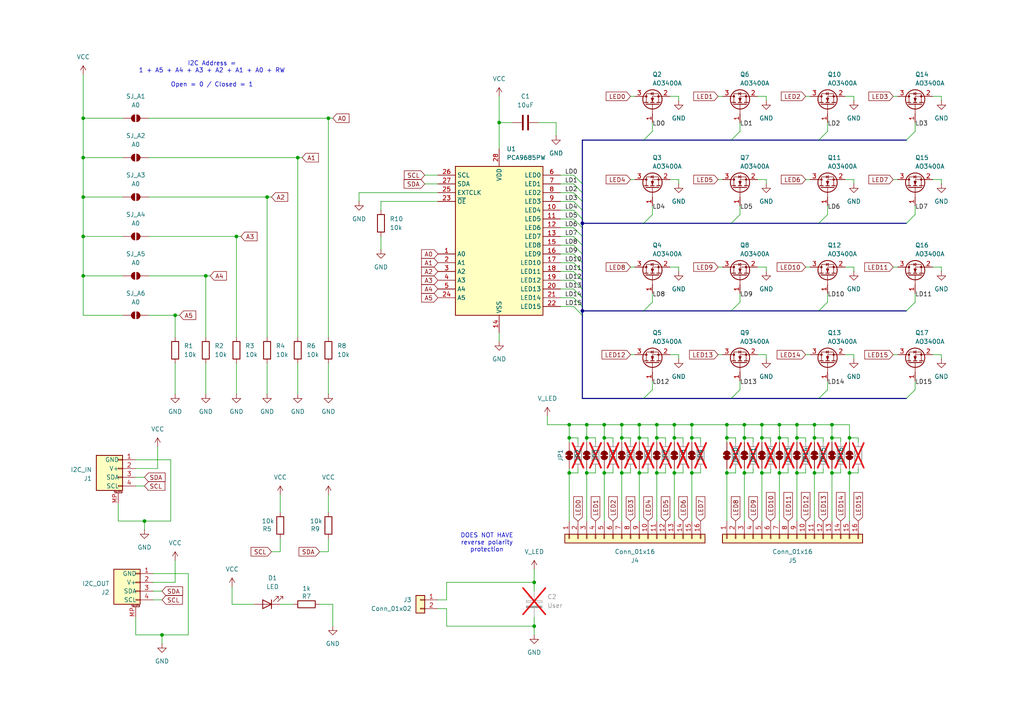
<source format=kicad_sch>
(kicad_sch (version 20250114) (generator "eeschema") (generator_version "9.0")
  (paper "A4")
  (text "I2C Address =\n1 + A5 + A4 + A3 + A2 + A1 + A0 + RW\n\nOpen = 0 / Closed = 1" (at 61.468 21.59 0) (effects (font (size 1.27 1.27))))
  (text "DOES NOT HAVE\nreverse polarity\nprotection" (at 141.224 157.48 0) (effects (font (size 1.27 1.27))))
  (junction (at 175.26 137.16))
  (junction (at 200.66 137.16))
  (junction (at 185.42 137.16))
  (junction (at 59.69 80.01))
  (junction (at 190.5 127))
  (junction (at 220.98 123.19))
  (junction (at 200.66 123.19))
  (junction (at 175.26 127))
  (junction (at 195.58 127))
  (junction (at 231.14 123.19))
  (junction (at 210.82 137.16))
  (junction (at 231.14 137.16))
  (junction (at 220.98 127))
  (junction (at 170.18 127))
  (junction (at 190.5 123.19))
  (junction (at 41.91 151.13))
  (junction (at 95.25 34.29))
  (junction (at 210.82 127))
  (junction (at 168.91 64.77))
  (junction (at 241.3 137.16))
  (junction (at 24.13 68.58))
  (junction (at 231.14 127))
  (junction (at 226.06 123.19))
  (junction (at 241.3 127))
  (junction (at 24.13 34.29))
  (junction (at 24.13 80.01))
  (junction (at 50.8 91.44))
  (junction (at 68.58 68.58))
  (junction (at 165.1 123.19))
  (junction (at 226.06 137.16))
  (junction (at 226.06 127))
  (junction (at 241.3 123.19))
  (junction (at 215.9 127))
  (junction (at 175.26 123.19))
  (junction (at 215.9 137.16))
  (junction (at 210.82 123.19))
  (junction (at 180.34 127))
  (junction (at 246.38 137.16))
  (junction (at 236.22 127))
  (junction (at 185.42 123.19))
  (junction (at 144.78 35.56))
  (junction (at 190.5 137.16))
  (junction (at 24.13 57.15))
  (junction (at 180.34 137.16))
  (junction (at 180.34 123.19))
  (junction (at 236.22 123.19))
  (junction (at 170.18 137.16))
  (junction (at 195.58 123.19))
  (junction (at 154.94 168.91))
  (junction (at 86.36 45.72))
  (junction (at 200.66 127))
  (junction (at 215.9 123.19))
  (junction (at 154.94 181.61))
  (junction (at 168.91 90.17))
  (junction (at 220.98 137.16))
  (junction (at 170.18 123.19))
  (junction (at 77.47 57.15))
  (junction (at 165.1 127))
  (junction (at 236.22 137.16))
  (junction (at 246.38 127))
  (junction (at 24.13 45.72))
  (junction (at 46.99 184.15))
  (junction (at 165.1 137.16))
  (junction (at 185.42 127))
  (junction (at 195.58 137.16))
  (bus_entry (at 166.37 63.5) (size 2.54 2.54))
  (bus_entry (at 166.37 71.12) (size 2.54 2.54))
  (bus_entry (at 265.43 38.1) (size -2.54 2.54))
  (bus_entry (at 214.63 113.03) (size -2.54 2.54))
  (bus_entry (at 166.37 50.8) (size 2.54 2.54))
  (bus_entry (at 240.03 62.23) (size -2.54 2.54))
  (bus_entry (at 265.43 113.03) (size -2.54 2.54))
  (bus_entry (at 166.37 68.58) (size 2.54 2.54))
  (bus_entry (at 166.37 60.96) (size 2.54 2.54))
  (bus_entry (at 189.23 38.1) (size -2.54 2.54))
  (bus_entry (at 189.23 113.03) (size -2.54 2.54))
  (bus_entry (at 240.03 87.63) (size -2.54 2.54))
  (bus_entry (at 240.03 113.03) (size -2.54 2.54))
  (bus_entry (at 214.63 87.63) (size -2.54 2.54))
  (bus_entry (at 166.37 88.9) (size 2.54 2.54))
  (bus_entry (at 166.37 66.04) (size 2.54 2.54))
  (bus_entry (at 265.43 87.63) (size -2.54 2.54))
  (bus_entry (at 166.37 58.42) (size 2.54 2.54))
  (bus_entry (at 166.37 81.28) (size 2.54 2.54))
  (bus_entry (at 189.23 62.23) (size -2.54 2.54))
  (bus_entry (at 166.37 76.2) (size 2.54 2.54))
  (bus_entry (at 166.37 86.36) (size 2.54 2.54))
  (bus_entry (at 189.23 87.63) (size -2.54 2.54))
  (bus_entry (at 240.03 38.1) (size -2.54 2.54))
  (bus_entry (at 214.63 62.23) (size -2.54 2.54))
  (bus_entry (at 166.37 83.82) (size 2.54 2.54))
  (bus_entry (at 265.43 62.23) (size -2.54 2.54))
  (bus_entry (at 166.37 53.34) (size 2.54 2.54))
  (bus_entry (at 166.37 78.74) (size 2.54 2.54))
  (bus_entry (at 214.63 38.1) (size -2.54 2.54))
  (bus_entry (at 166.37 73.66) (size 2.54 2.54))
  (bus_entry (at 166.37 55.88) (size 2.54 2.54))
  (wire (pts (xy 175.26 137.16) (xy 175.26 135.89)))
  (wire (pts (xy 228.6 128.27) (xy 228.6 127)))
  (wire (pts (xy 193.04 135.89) (xy 193.04 137.16)))
  (wire (pts (xy 46.99 173.99) (xy 44.45 173.99)))
  (wire (pts (xy 190.5 137.16) (xy 190.5 151.13)))
  (wire (pts (xy 220.98 123.19) (xy 226.06 123.19)))
  (bus (pts (xy 168.91 68.58) (xy 168.91 66.04)))
  (wire (pts (xy 189.23 110.49) (xy 189.23 113.03)))
  (wire (pts (xy 95.25 160.02) (xy 95.25 156.21)))
  (wire (pts (xy 270.51 52.07) (xy 273.05 52.07)))
  (bus (pts (xy 168.91 90.17) (xy 168.91 88.9)))
  (wire (pts (xy 233.68 102.87) (xy 234.95 102.87)))
  (bus (pts (xy 212.09 40.64) (xy 237.49 40.64)))
  (wire (pts (xy 215.9 123.19) (xy 220.98 123.19)))
  (wire (pts (xy 180.34 128.27) (xy 180.34 127)))
  (wire (pts (xy 104.14 55.88) (xy 104.14 58.42)))
  (wire (pts (xy 240.03 85.09) (xy 240.03 87.63)))
  (bus (pts (xy 168.91 66.04) (xy 168.91 64.77)))
  (wire (pts (xy 129.54 168.91) (xy 129.54 173.99)))
  (wire (pts (xy 81.28 160.02) (xy 81.28 156.21)))
  (wire (pts (xy 95.25 143.51) (xy 95.25 148.59)))
  (wire (pts (xy 50.8 162.56) (xy 50.8 168.91)))
  (wire (pts (xy 203.2 127) (xy 200.66 127)))
  (wire (pts (xy 110.49 68.58) (xy 110.49 72.39)))
  (wire (pts (xy 195.58 123.19) (xy 200.66 123.19)))
  (wire (pts (xy 187.96 128.27) (xy 187.96 127)))
  (wire (pts (xy 273.05 77.47) (xy 273.05 78.74)))
  (wire (pts (xy 161.29 35.56) (xy 156.21 35.56)))
  (bus (pts (xy 168.91 64.77) (xy 186.69 64.77)))
  (wire (pts (xy 46.99 184.15) (xy 54.61 184.15)))
  (wire (pts (xy 270.51 27.94) (xy 273.05 27.94)))
  (wire (pts (xy 34.29 151.13) (xy 34.29 146.05)))
  (wire (pts (xy 219.71 52.07) (xy 222.25 52.07)))
  (wire (pts (xy 194.31 27.94) (xy 196.85 27.94)))
  (wire (pts (xy 144.78 35.56) (xy 144.78 43.18)))
  (bus (pts (xy 168.91 86.36) (xy 168.91 83.82)))
  (wire (pts (xy 238.76 137.16) (xy 236.22 137.16)))
  (wire (pts (xy 194.31 52.07) (xy 196.85 52.07)))
  (bus (pts (xy 237.49 64.77) (xy 262.89 64.77)))
  (wire (pts (xy 24.13 57.15) (xy 24.13 68.58)))
  (wire (pts (xy 215.9 137.16) (xy 215.9 135.89)))
  (wire (pts (xy 41.91 151.13) (xy 49.53 151.13)))
  (wire (pts (xy 214.63 35.56) (xy 214.63 38.1)))
  (wire (pts (xy 77.47 105.41) (xy 77.47 114.3)))
  (wire (pts (xy 226.06 137.16) (xy 226.06 151.13)))
  (wire (pts (xy 182.88 128.27) (xy 182.88 127)))
  (wire (pts (xy 228.6 137.16) (xy 226.06 137.16)))
  (wire (pts (xy 218.44 137.16) (xy 215.9 137.16)))
  (wire (pts (xy 213.36 127) (xy 210.82 127)))
  (wire (pts (xy 214.63 85.09) (xy 214.63 87.63)))
  (bus (pts (xy 186.69 64.77) (xy 212.09 64.77)))
  (wire (pts (xy 208.28 27.94) (xy 209.55 27.94)))
  (wire (pts (xy 238.76 135.89) (xy 238.76 137.16)))
  (bus (pts (xy 168.91 58.42) (xy 168.91 55.88)))
  (wire (pts (xy 182.88 102.87) (xy 184.15 102.87)))
  (wire (pts (xy 185.42 127) (xy 185.42 123.19)))
  (wire (pts (xy 218.44 127) (xy 215.9 127)))
  (wire (pts (xy 46.99 184.15) (xy 39.37 184.15)))
  (wire (pts (xy 59.69 80.01) (xy 59.69 97.79)))
  (wire (pts (xy 162.56 86.36) (xy 166.37 86.36)))
  (wire (pts (xy 245.11 77.47) (xy 247.65 77.47)))
  (wire (pts (xy 193.04 127) (xy 190.5 127)))
  (wire (pts (xy 162.56 76.2) (xy 166.37 76.2)))
  (wire (pts (xy 162.56 66.04) (xy 166.37 66.04)))
  (wire (pts (xy 172.72 128.27) (xy 172.72 127)))
  (bus (pts (xy 168.91 64.77) (xy 168.91 63.5)))
  (wire (pts (xy 162.56 88.9) (xy 166.37 88.9)))
  (wire (pts (xy 43.18 91.44) (xy 50.8 91.44)))
  (wire (pts (xy 273.05 52.07) (xy 273.05 53.34)))
  (wire (pts (xy 220.98 127) (xy 220.98 123.19)))
  (wire (pts (xy 129.54 173.99) (xy 127 173.99)))
  (wire (pts (xy 162.56 71.12) (xy 166.37 71.12)))
  (bus (pts (xy 212.09 90.17) (xy 237.49 90.17)))
  (wire (pts (xy 245.11 27.94) (xy 247.65 27.94)))
  (bus (pts (xy 168.91 40.64) (xy 186.69 40.64)))
  (wire (pts (xy 180.34 137.16) (xy 180.34 135.89)))
  (wire (pts (xy 243.84 135.89) (xy 243.84 137.16)))
  (wire (pts (xy 41.91 153.67) (xy 41.91 151.13)))
  (wire (pts (xy 24.13 34.29) (xy 24.13 45.72)))
  (wire (pts (xy 247.65 52.07) (xy 247.65 53.34)))
  (wire (pts (xy 194.31 102.87) (xy 196.85 102.87)))
  (wire (pts (xy 210.82 127) (xy 210.82 123.19)))
  (wire (pts (xy 170.18 127) (xy 170.18 123.19)))
  (wire (pts (xy 270.51 102.87) (xy 273.05 102.87)))
  (wire (pts (xy 248.92 137.16) (xy 246.38 137.16)))
  (wire (pts (xy 231.14 127) (xy 231.14 123.19)))
  (wire (pts (xy 190.5 128.27) (xy 190.5 127)))
  (wire (pts (xy 24.13 68.58) (xy 35.56 68.58)))
  (wire (pts (xy 213.36 135.89) (xy 213.36 137.16)))
  (wire (pts (xy 233.68 77.47) (xy 234.95 77.47)))
  (wire (pts (xy 215.9 127) (xy 215.9 123.19)))
  (wire (pts (xy 187.96 137.16) (xy 185.42 137.16)))
  (wire (pts (xy 220.98 128.27) (xy 220.98 127)))
  (wire (pts (xy 182.88 137.16) (xy 180.34 137.16)))
  (wire (pts (xy 248.92 135.89) (xy 248.92 137.16)))
  (wire (pts (xy 223.52 127) (xy 220.98 127)))
  (bus (pts (xy 212.09 64.77) (xy 237.49 64.77)))
  (wire (pts (xy 129.54 181.61) (xy 154.94 181.61)))
  (wire (pts (xy 236.22 123.19) (xy 241.3 123.19)))
  (wire (pts (xy 190.5 123.19) (xy 195.58 123.19)))
  (wire (pts (xy 236.22 128.27) (xy 236.22 127)))
  (wire (pts (xy 185.42 137.16) (xy 185.42 151.13)))
  (wire (pts (xy 154.94 165.1) (xy 154.94 168.91)))
  (wire (pts (xy 189.23 85.09) (xy 189.23 87.63)))
  (wire (pts (xy 210.82 137.16) (xy 210.82 135.89)))
  (wire (pts (xy 177.8 128.27) (xy 177.8 127)))
  (wire (pts (xy 203.2 128.27) (xy 203.2 127)))
  (wire (pts (xy 259.08 77.47) (xy 260.35 77.47)))
  (wire (pts (xy 259.08 27.94) (xy 260.35 27.94)))
  (wire (pts (xy 233.68 27.94) (xy 234.95 27.94)))
  (wire (pts (xy 195.58 137.16) (xy 195.58 151.13)))
  (wire (pts (xy 198.12 135.89) (xy 198.12 137.16)))
  (wire (pts (xy 180.34 127) (xy 180.34 123.19)))
  (wire (pts (xy 241.3 137.16) (xy 241.3 151.13)))
  (wire (pts (xy 154.94 168.91) (xy 154.94 171.45)))
  (bus (pts (xy 168.91 55.88) (xy 168.91 53.34)))
  (wire (pts (xy 182.88 77.47) (xy 184.15 77.47)))
  (bus (pts (xy 168.91 90.17) (xy 186.69 90.17)))
  (wire (pts (xy 231.14 123.19) (xy 236.22 123.19)))
  (wire (pts (xy 177.8 135.89) (xy 177.8 137.16)))
  (wire (pts (xy 273.05 102.87) (xy 273.05 104.14)))
  (wire (pts (xy 265.43 85.09) (xy 265.43 87.63)))
  (wire (pts (xy 243.84 128.27) (xy 243.84 127)))
  (wire (pts (xy 245.11 102.87) (xy 247.65 102.87)))
  (wire (pts (xy 203.2 135.89) (xy 203.2 137.16)))
  (wire (pts (xy 59.69 80.01) (xy 60.96 80.01)))
  (wire (pts (xy 231.14 137.16) (xy 231.14 135.89)))
  (wire (pts (xy 240.03 35.56) (xy 240.03 38.1)))
  (wire (pts (xy 247.65 102.87) (xy 247.65 104.14)))
  (wire (pts (xy 195.58 127) (xy 195.58 123.19)))
  (wire (pts (xy 129.54 176.53) (xy 127 176.53)))
  (wire (pts (xy 92.71 160.02) (xy 95.25 160.02)))
  (wire (pts (xy 165.1 123.19) (xy 170.18 123.19)))
  (wire (pts (xy 259.08 52.07) (xy 260.35 52.07)))
  (wire (pts (xy 175.26 123.19) (xy 180.34 123.19)))
  (wire (pts (xy 233.68 135.89) (xy 233.68 137.16)))
  (wire (pts (xy 162.56 53.34) (xy 166.37 53.34)))
  (wire (pts (xy 162.56 83.82) (xy 166.37 83.82)))
  (wire (pts (xy 236.22 137.16) (xy 236.22 135.89)))
  (bus (pts (xy 168.91 60.96) (xy 168.91 58.42)))
  (wire (pts (xy 208.28 52.07) (xy 209.55 52.07)))
  (wire (pts (xy 222.25 77.47) (xy 222.25 78.74)))
  (wire (pts (xy 162.56 63.5) (xy 166.37 63.5)))
  (bus (pts (xy 237.49 40.64) (xy 262.89 40.64)))
  (bus (pts (xy 168.91 71.12) (xy 168.91 68.58)))
  (wire (pts (xy 172.72 127) (xy 170.18 127)))
  (wire (pts (xy 54.61 166.37) (xy 54.61 184.15)))
  (wire (pts (xy 161.29 39.37) (xy 161.29 35.56)))
  (bus (pts (xy 212.09 115.57) (xy 186.69 115.57)))
  (bus (pts (xy 186.69 90.17) (xy 212.09 90.17)))
  (wire (pts (xy 265.43 35.56) (xy 265.43 38.1)))
  (wire (pts (xy 154.94 181.61) (xy 154.94 184.15)))
  (wire (pts (xy 200.66 128.27) (xy 200.66 127)))
  (wire (pts (xy 220.98 137.16) (xy 220.98 151.13)))
  (wire (pts (xy 123.19 53.34) (xy 127 53.34)))
  (wire (pts (xy 208.28 102.87) (xy 209.55 102.87)))
  (wire (pts (xy 86.36 105.41) (xy 86.36 114.3)))
  (wire (pts (xy 247.65 27.94) (xy 247.65 29.21)))
  (wire (pts (xy 46.99 171.45) (xy 44.45 171.45)))
  (wire (pts (xy 265.43 110.49) (xy 265.43 113.03)))
  (wire (pts (xy 200.66 127) (xy 200.66 123.19)))
  (wire (pts (xy 240.03 110.49) (xy 240.03 113.03)))
  (wire (pts (xy 24.13 34.29) (xy 35.56 34.29)))
  (wire (pts (xy 86.36 45.72) (xy 87.63 45.72)))
  (wire (pts (xy 110.49 58.42) (xy 110.49 60.96)))
  (wire (pts (xy 238.76 128.27) (xy 238.76 127)))
  (wire (pts (xy 182.88 27.94) (xy 184.15 27.94)))
  (wire (pts (xy 215.9 137.16) (xy 215.9 151.13)))
  (wire (pts (xy 265.43 59.69) (xy 265.43 62.23)))
  (wire (pts (xy 165.1 137.16) (xy 165.1 135.89)))
  (wire (pts (xy 59.69 105.41) (xy 59.69 114.3)))
  (wire (pts (xy 222.25 102.87) (xy 222.25 104.14)))
  (wire (pts (xy 127 58.42) (xy 110.49 58.42)))
  (wire (pts (xy 144.78 96.52) (xy 144.78 99.06)))
  (wire (pts (xy 210.82 128.27) (xy 210.82 127)))
  (wire (pts (xy 81.28 143.51) (xy 81.28 148.59)))
  (wire (pts (xy 67.31 175.26) (xy 73.66 175.26)))
  (wire (pts (xy 219.71 77.47) (xy 222.25 77.47)))
  (wire (pts (xy 270.51 77.47) (xy 273.05 77.47)))
  (wire (pts (xy 214.63 59.69) (xy 214.63 62.23)))
  (wire (pts (xy 219.71 102.87) (xy 222.25 102.87)))
  (bus (pts (xy 186.69 115.57) (xy 168.91 115.57)))
  (wire (pts (xy 213.36 137.16) (xy 210.82 137.16)))
  (wire (pts (xy 68.58 68.58) (xy 69.85 68.58)))
  (wire (pts (xy 172.72 137.16) (xy 170.18 137.16)))
  (wire (pts (xy 233.68 137.16) (xy 231.14 137.16)))
  (wire (pts (xy 127 55.88) (xy 104.14 55.88)))
  (wire (pts (xy 226.06 123.19) (xy 231.14 123.19)))
  (wire (pts (xy 198.12 128.27) (xy 198.12 127)))
  (bus (pts (xy 168.91 115.57) (xy 168.91 91.44)))
  (wire (pts (xy 193.04 137.16) (xy 190.5 137.16)))
  (wire (pts (xy 198.12 137.16) (xy 195.58 137.16)))
  (wire (pts (xy 68.58 105.41) (xy 68.58 114.3)))
  (bus (pts (xy 237.49 90.17) (xy 262.89 90.17)))
  (wire (pts (xy 222.25 27.94) (xy 222.25 29.21)))
  (wire (pts (xy 189.23 35.56) (xy 189.23 38.1)))
  (wire (pts (xy 194.31 77.47) (xy 196.85 77.47)))
  (wire (pts (xy 77.47 57.15) (xy 78.74 57.15)))
  (wire (pts (xy 241.3 137.16) (xy 241.3 135.89)))
  (wire (pts (xy 39.37 135.89) (xy 45.72 135.89)))
  (wire (pts (xy 226.06 128.27) (xy 226.06 127)))
  (wire (pts (xy 246.38 137.16) (xy 246.38 151.13)))
  (wire (pts (xy 24.13 45.72) (xy 35.56 45.72)))
  (wire (pts (xy 228.6 127) (xy 226.06 127)))
  (wire (pts (xy 162.56 58.42) (xy 166.37 58.42)))
  (wire (pts (xy 43.18 80.01) (xy 59.69 80.01)))
  (wire (pts (xy 43.18 34.29) (xy 95.25 34.29)))
  (wire (pts (xy 195.58 137.16) (xy 195.58 135.89)))
  (wire (pts (xy 162.56 50.8) (xy 166.37 50.8)))
  (wire (pts (xy 45.72 129.54) (xy 45.72 135.89)))
  (wire (pts (xy 245.11 52.07) (xy 247.65 52.07)))
  (bus (pts (xy 168.91 76.2) (xy 168.91 73.66)))
  (wire (pts (xy 96.52 175.26) (xy 96.52 181.61)))
  (wire (pts (xy 195.58 128.27) (xy 195.58 127)))
  (wire (pts (xy 50.8 105.41) (xy 50.8 114.3)))
  (wire (pts (xy 190.5 137.16) (xy 190.5 135.89)))
  (wire (pts (xy 223.52 135.89) (xy 223.52 137.16)))
  (bus (pts (xy 168.91 81.28) (xy 168.91 78.74)))
  (wire (pts (xy 215.9 128.27) (xy 215.9 127)))
  (wire (pts (xy 95.25 34.29) (xy 96.52 34.29)))
  (wire (pts (xy 241.3 128.27) (xy 241.3 127)))
  (bus (pts (xy 168.91 63.5) (xy 168.91 60.96)))
  (wire (pts (xy 233.68 127) (xy 231.14 127)))
  (wire (pts (xy 41.91 151.13) (xy 34.29 151.13)))
  (wire (pts (xy 200.66 123.19) (xy 210.82 123.19)))
  (wire (pts (xy 210.82 123.19) (xy 215.9 123.19)))
  (wire (pts (xy 200.66 137.16) (xy 200.66 135.89)))
  (wire (pts (xy 24.13 91.44) (xy 35.56 91.44)))
  (wire (pts (xy 39.37 184.15) (xy 39.37 179.07)))
  (wire (pts (xy 77.47 57.15) (xy 77.47 97.79)))
  (wire (pts (xy 175.26 127) (xy 175.26 123.19)))
  (wire (pts (xy 246.38 127) (xy 246.38 123.19)))
  (bus (pts (xy 168.91 53.34) (xy 168.91 40.64)))
  (wire (pts (xy 170.18 137.16) (xy 170.18 135.89)))
  (wire (pts (xy 78.74 160.02) (xy 81.28 160.02)))
  (wire (pts (xy 167.64 137.16) (xy 165.1 137.16)))
  (wire (pts (xy 24.13 80.01) (xy 35.56 80.01)))
  (wire (pts (xy 236.22 137.16) (xy 236.22 151.13)))
  (wire (pts (xy 162.56 68.58) (xy 166.37 68.58)))
  (wire (pts (xy 238.76 127) (xy 236.22 127)))
  (wire (pts (xy 162.56 78.74) (xy 166.37 78.74)))
  (wire (pts (xy 218.44 135.89) (xy 218.44 137.16)))
  (wire (pts (xy 246.38 137.16) (xy 246.38 135.89)))
  (wire (pts (xy 233.68 128.27) (xy 233.68 127)))
  (wire (pts (xy 233.68 52.07) (xy 234.95 52.07)))
  (wire (pts (xy 170.18 137.16) (xy 170.18 151.13)))
  (wire (pts (xy 129.54 181.61) (xy 129.54 176.53)))
  (wire (pts (xy 162.56 60.96) (xy 166.37 60.96)))
  (wire (pts (xy 246.38 128.27) (xy 246.38 127)))
  (wire (pts (xy 86.36 45.72) (xy 86.36 97.79)))
  (wire (pts (xy 144.78 27.94) (xy 144.78 35.56)))
  (wire (pts (xy 241.3 123.19) (xy 246.38 123.19)))
  (wire (pts (xy 95.25 34.29) (xy 95.25 97.79)))
  (wire (pts (xy 187.96 135.89) (xy 187.96 137.16)))
  (wire (pts (xy 190.5 127) (xy 190.5 123.19)))
  (wire (pts (xy 241.3 127) (xy 241.3 123.19)))
  (wire (pts (xy 247.65 77.47) (xy 247.65 78.74)))
  (wire (pts (xy 214.63 110.49) (xy 214.63 113.03)))
  (wire (pts (xy 185.42 123.19) (xy 190.5 123.19)))
  (wire (pts (xy 49.53 133.35) (xy 49.53 151.13)))
  (wire (pts (xy 210.82 137.16) (xy 210.82 151.13)))
  (wire (pts (xy 236.22 127) (xy 236.22 123.19)))
  (wire (pts (xy 167.64 127) (xy 165.1 127)))
  (wire (pts (xy 39.37 133.35) (xy 49.53 133.35)))
  (bus (pts (xy 237.49 115.57) (xy 212.09 115.57)))
  (wire (pts (xy 154.94 181.61) (xy 154.94 179.07)))
  (wire (pts (xy 148.59 35.56) (xy 144.78 35.56)))
  (wire (pts (xy 218.44 128.27) (xy 218.44 127)))
  (wire (pts (xy 243.84 137.16) (xy 241.3 137.16)))
  (wire (pts (xy 67.31 170.18) (xy 67.31 175.26)))
  (wire (pts (xy 196.85 102.87) (xy 196.85 104.14)))
  (wire (pts (xy 185.42 137.16) (xy 185.42 135.89)))
  (wire (pts (xy 196.85 52.07) (xy 196.85 53.34)))
  (wire (pts (xy 170.18 128.27) (xy 170.18 127)))
  (wire (pts (xy 43.18 45.72) (xy 86.36 45.72)))
  (wire (pts (xy 231.14 137.16) (xy 231.14 151.13)))
  (wire (pts (xy 198.12 127) (xy 195.58 127)))
  (wire (pts (xy 193.04 128.27) (xy 193.04 127)))
  (bus (pts (xy 186.69 40.64) (xy 212.09 40.64)))
  (wire (pts (xy 200.66 137.16) (xy 200.66 151.13)))
  (bus (pts (xy 168.91 83.82) (xy 168.91 81.28)))
  (wire (pts (xy 44.45 168.91) (xy 50.8 168.91)))
  (wire (pts (xy 189.23 59.69) (xy 189.23 62.23)))
  (wire (pts (xy 43.18 68.58) (xy 68.58 68.58)))
  (wire (pts (xy 243.84 127) (xy 241.3 127)))
  (wire (pts (xy 129.54 168.91) (xy 154.94 168.91)))
  (wire (pts (xy 41.91 140.97) (xy 39.37 140.97)))
  (wire (pts (xy 43.18 57.15) (xy 77.47 57.15)))
  (wire (pts (xy 231.14 128.27) (xy 231.14 127)))
  (wire (pts (xy 162.56 81.28) (xy 166.37 81.28)))
  (wire (pts (xy 81.28 175.26) (xy 85.09 175.26)))
  (wire (pts (xy 24.13 68.58) (xy 24.13 80.01)))
  (wire (pts (xy 182.88 135.89) (xy 182.88 137.16)))
  (wire (pts (xy 177.8 127) (xy 175.26 127)))
  (wire (pts (xy 187.96 127) (xy 185.42 127)))
  (wire (pts (xy 92.71 175.26) (xy 96.52 175.26)))
  (bus (pts (xy 168.91 91.44) (xy 168.91 90.17)))
  (wire (pts (xy 273.05 27.94) (xy 273.05 29.21)))
  (bus (pts (xy 168.91 78.74) (xy 168.91 76.2)))
  (wire (pts (xy 170.18 123.19) (xy 175.26 123.19)))
  (wire (pts (xy 182.88 52.07) (xy 184.15 52.07)))
  (wire (pts (xy 95.25 105.41) (xy 95.25 114.3)))
  (wire (pts (xy 226.06 137.16) (xy 226.06 135.89)))
  (wire (pts (xy 162.56 73.66) (xy 166.37 73.66)))
  (wire (pts (xy 180.34 137.16) (xy 180.34 151.13)))
  (wire (pts (xy 208.28 77.47) (xy 209.55 77.47)))
  (wire (pts (xy 223.52 137.16) (xy 220.98 137.16)))
  (wire (pts (xy 213.36 128.27) (xy 213.36 127)))
  (wire (pts (xy 50.8 91.44) (xy 50.8 97.79)))
  (wire (pts (xy 158.75 120.65) (xy 158.75 123.19)))
  (wire (pts (xy 24.13 45.72) (xy 24.13 57.15)))
  (wire (pts (xy 185.42 128.27) (xy 185.42 127)))
  (wire (pts (xy 46.99 186.69) (xy 46.99 184.15)))
  (wire (pts (xy 175.26 137.16) (xy 175.26 151.13)))
  (wire (pts (xy 167.64 135.89) (xy 167.64 137.16)))
  (bus (pts (xy 168.91 88.9) (xy 168.91 86.36)))
  (wire (pts (xy 35.56 57.15) (xy 24.13 57.15)))
  (wire (pts (xy 50.8 91.44) (xy 52.07 91.44)))
  (wire (pts (xy 226.06 127) (xy 226.06 123.19)))
  (bus (pts (xy 168.91 73.66) (xy 168.91 71.12)))
  (bus (pts (xy 262.89 115.57) (xy 237.49 115.57)))
  (wire (pts (xy 240.03 59.69) (xy 240.03 62.23)))
  (wire (pts (xy 182.88 127) (xy 180.34 127)))
  (wire (pts (xy 158.75 123.19) (xy 165.1 123.19)))
  (wire (pts (xy 180.34 123.19) (xy 185.42 123.19)))
  (wire (pts (xy 123.19 50.8) (xy 127 50.8)))
  (wire (pts (xy 222.25 52.07) (xy 222.25 53.34)))
  (wire (pts (xy 223.52 128.27) (xy 223.52 127)))
  (wire (pts (xy 196.85 27.94) (xy 196.85 29.21)))
  (wire (pts (xy 248.92 128.27) (xy 248.92 127)))
  (wire (pts (xy 167.64 128.27) (xy 167.64 127)))
  (wire (pts (xy 228.6 135.89) (xy 228.6 137.16)))
  (wire (pts (xy 259.08 102.87) (xy 260.35 102.87)))
  (wire (pts (xy 196.85 77.47) (xy 196.85 78.74)))
  (wire (pts (xy 220.98 137.16) (xy 220.98 135.89)))
  (wire (pts (xy 165.1 137.16) (xy 165.1 151.13)))
  (wire (pts (xy 177.8 137.16) (xy 175.26 137.16)))
  (wire (pts (xy 248.92 127) (xy 246.38 127)))
  (wire (pts (xy 24.13 21.59) (xy 24.13 34.29)))
  (wire (pts (xy 165.1 127) (xy 165.1 123.19)))
  (wire (pts (xy 175.26 128.27) (xy 175.26 127)))
  (wire (pts (xy 24.13 80.01) (xy 24.13 91.44)))
  (wire (pts (xy 41.91 138.43) (xy 39.37 138.43)))
  (wire (pts (xy 219.71 27.94) (xy 222.25 27.94)))
  (wire (pts (xy 68.58 68.58) (xy 68.58 97.79)))
  (wire (pts (xy 203.2 137.16) (xy 200.66 137.16)))
  (wire (pts (xy 44.45 166.37) (xy 54.61 166.37)))
  (wire (pts (xy 162.56 55.88) (xy 166.37 55.88)))
  (wire (pts (xy 165.1 128.27) (xy 165.1 127)))
  (wire (pts (xy 172.72 135.89) (xy 172.72 137.16)))
  (label "LD2" (at 163.83 55.88 0))
  (label "LD9" (at 214.63 86.36 0))
  (label "LD2" (at 240.03 36.83 0))
  (label "LD0" (at 163.83 50.8 0))
  (label "LD5" (at 214.63 60.96 0))
  (label "LD6" (at 163.83 66.04 0))
  (label "LD15" (at 163.8929 88.9 0))
  (label "LD4" (at 163.83 60.96 0))
  (label "LD10" (at 240.03 86.36 0))
  (label "LD5" (at 163.83 63.5 0))
  (label "LD3" (at 265.43 36.83 0))
  (label "LD9" (at 163.83 73.66 0))
  (label "LD13" (at 163.83 83.82 0))
  (label "LD14" (at 240.03 111.76 0))
  (label "LD7" (at 163.83 68.58 0))
  (label "LD8" (at 189.23 86.36 0))
  (label "LD4" (at 189.23 60.96 0))
  (label "LD7" (at 265.43 60.96 0))
  (label "LD12" (at 163.83 81.28 0))
  (label "LD0" (at 189.23 36.83 0))
  (label "LD11" (at 163.83 78.74 0))
  (label "LD6" (at 240.03 60.96 0))
  (label "LD3" (at 163.83 58.42 0))
  (label "LD1" (at 214.63 36.83 0))
  (label "LD14" (at 163.83 86.36 0))
  (label "LD11" (at 265.43 86.36 0))
  (label "LD15" (at 265.43 111.76 0))
  (label "LD12" (at 189.23 111.76 0))
  (label "LD13" (at 214.63 111.76 0))
  (label "LD1" (at 163.83 53.34 0))
  (label "LD10" (at 163.83 76.2 0))
  (label "LD8" (at 163.83 71.12 0))
  (global_label "A0" (shape input) (at 96.52 34.29 0) (property "Intersheetrefs" "${INTERSHEET_REFS}" (effects (hide yes))))
  (global_label "LED3" (shape input) (at 182.88 151.13 90) (property "Intersheetrefs" "${INTERSHEET_REFS}" (effects (hide yes))))
  (global_label "A5" (shape input) (at 127 86.36 180) (property "Intersheetrefs" "${INTERSHEET_REFS}" (effects (hide yes))))
  (global_label "LED6" (shape input) (at 233.68 52.07 180) (property "Intersheetrefs" "${INTERSHEET_REFS}" (effects (hide yes))))
  (global_label "LED3" (shape input) (at 259.08 27.94 180) (property "Intersheetrefs" "${INTERSHEET_REFS}" (effects (hide yes))))
  (global_label "A0" (shape input) (at 127 73.66 180) (property "Intersheetrefs" "${INTERSHEET_REFS}" (effects (hide yes))))
  (global_label "LED8" (shape input) (at 182.88 77.47 180) (property "Intersheetrefs" "${INTERSHEET_REFS}" (effects (hide yes))))
  (global_label "LED6" (shape input) (at 198.12 151.13 90) (property "Intersheetrefs" "${INTERSHEET_REFS}" (effects (hide yes))))
  (global_label "A4" (shape input) (at 60.96 80.01 0) (property "Intersheetrefs" "${INTERSHEET_REFS}" (effects (hide yes))))
  (global_label "A1" (shape input) (at 87.63 45.72 0) (property "Intersheetrefs" "${INTERSHEET_REFS}" (effects (hide yes))))
  (global_label "LED8" (shape input) (at 213.36 151.13 90) (property "Intersheetrefs" "${INTERSHEET_REFS}" (effects (hide yes))))
  (global_label "LED5" (shape input) (at 208.28 52.07 180) (property "Intersheetrefs" "${INTERSHEET_REFS}" (effects (hide yes))))
  (global_label "A5" (shape input) (at 52.07 91.44 0) (property "Intersheetrefs" "${INTERSHEET_REFS}" (effects (hide yes))))
  (global_label "LED1" (shape input) (at 172.72 151.13 90) (property "Intersheetrefs" "${INTERSHEET_REFS}" (effects (hide yes))))
  (global_label "SDA" (shape input) (at 123.19 53.34 180) (property "Intersheetrefs" "${INTERSHEET_REFS}" (effects (hide yes))))
  (global_label "LED14" (shape input) (at 233.68 102.87 180) (property "Intersheetrefs" "${INTERSHEET_REFS}" (effects (hide yes))))
  (global_label "LED4" (shape input) (at 182.88 52.07 180) (property "Intersheetrefs" "${INTERSHEET_REFS}" (effects (hide yes))))
  (global_label "LED7" (shape input) (at 259.08 52.07 180) (property "Intersheetrefs" "${INTERSHEET_REFS}" (effects (hide yes))))
  (global_label "LED13" (shape input) (at 208.28 102.87 180) (property "Intersheetrefs" "${INTERSHEET_REFS}" (effects (hide yes))))
  (global_label "LED0" (shape input) (at 167.64 151.13 90) (property "Intersheetrefs" "${INTERSHEET_REFS}" (effects (hide yes))))
  (global_label "LED2" (shape input) (at 233.68 27.94 180) (property "Intersheetrefs" "${INTERSHEET_REFS}" (effects (hide yes))))
  (global_label "A3" (shape input) (at 69.85 68.58 0) (property "Intersheetrefs" "${INTERSHEET_REFS}" (effects (hide yes))))
  (global_label "SDA" (shape input) (at 92.71 160.02 180) (property "Intersheetrefs" "${INTERSHEET_REFS}" (effects (hide yes))))
  (global_label "LED1" (shape input) (at 208.28 27.94 180) (property "Intersheetrefs" "${INTERSHEET_REFS}" (effects (hide yes))))
  (global_label "LED13" (shape input) (at 238.76 151.13 90) (property "Intersheetrefs" "${INTERSHEET_REFS}" (effects (hide yes))))
  (global_label "A1" (shape input) (at 127 76.2 180) (property "Intersheetrefs" "${INTERSHEET_REFS}" (effects (hide yes))))
  (global_label "SCL" (shape input) (at 46.99 173.99 0) (property "Intersheetrefs" "${INTERSHEET_REFS}" (effects (hide yes))))
  (global_label "LED9" (shape input) (at 218.44 151.13 90) (property "Intersheetrefs" "${INTERSHEET_REFS}" (effects (hide yes))))
  (global_label "A2" (shape input) (at 78.74 57.15 0) (property "Intersheetrefs" "${INTERSHEET_REFS}" (effects (hide yes))))
  (global_label "SDA" (shape input) (at 41.91 138.43 0) (property "Intersheetrefs" "${INTERSHEET_REFS}" (effects (hide yes))))
  (global_label "A3" (shape input) (at 127 81.28 180) (property "Intersheetrefs" "${INTERSHEET_REFS}" (effects (hide yes))))
  (global_label "LED12" (shape input) (at 233.68 151.13 90) (property "Intersheetrefs" "${INTERSHEET_REFS}" (effects (hide yes))))
  (global_label "LED5" (shape input) (at 193.04 151.13 90) (property "Intersheetrefs" "${INTERSHEET_REFS}" (effects (hide yes))))
  (global_label "LED15" (shape input) (at 248.92 151.13 90) (property "Intersheetrefs" "${INTERSHEET_REFS}" (effects (hide yes))))
  (global_label "SCL" (shape input) (at 78.74 160.02 180) (property "Intersheetrefs" "${INTERSHEET_REFS}" (effects (hide yes))))
  (global_label "LED0" (shape input) (at 182.88 27.94 180) (property "Intersheetrefs" "${INTERSHEET_REFS}" (effects (hide yes))))
  (global_label "LED15" (shape input) (at 259.08 102.87 180) (property "Intersheetrefs" "${INTERSHEET_REFS}" (effects (hide yes))))
  (global_label "LED12" (shape input) (at 182.88 102.87 180) (property "Intersheetrefs" "${INTERSHEET_REFS}" (effects (hide yes))))
  (global_label "LED4" (shape input) (at 187.96 151.13 90) (property "Intersheetrefs" "${INTERSHEET_REFS}" (effects (hide yes))))
  (global_label "LED9" (shape input) (at 208.28 77.47 180) (property "Intersheetrefs" "${INTERSHEET_REFS}" (effects (hide yes))))
  (global_label "A2" (shape input) (at 127 78.74 180) (property "Intersheetrefs" "${INTERSHEET_REFS}" (effects (hide yes))))
  (global_label "LED10" (shape input) (at 233.68 77.47 180) (property "Intersheetrefs" "${INTERSHEET_REFS}" (effects (hide yes))))
  (global_label "LED14" (shape input) (at 243.84 151.13 90) (property "Intersheetrefs" "${INTERSHEET_REFS}" (effects (hide yes))))
  (global_label "SCL" (shape input) (at 41.91 140.97 0) (property "Intersheetrefs" "${INTERSHEET_REFS}" (effects (hide yes))))
  (global_label "LED10" (shape input) (at 223.52 151.13 90) (property "Intersheetrefs" "${INTERSHEET_REFS}" (effects (hide yes))))
  (global_label "LED2" (shape input) (at 177.8 151.13 90) (property "Intersheetrefs" "${INTERSHEET_REFS}" (effects (hide yes))))
  (global_label "SCL" (shape input) (at 123.19 50.8 180) (property "Intersheetrefs" "${INTERSHEET_REFS}" (effects (hide yes))))
  (global_label "A4" (shape input) (at 127 83.82 180) (property "Intersheetrefs" "${INTERSHEET_REFS}" (effects (hide yes))))
  (global_label "SDA" (shape input) (at 46.99 171.45 0) (property "Intersheetrefs" "${INTERSHEET_REFS}" (effects (hide yes))))
  (global_label "LED7" (shape input) (at 203.2 151.13 90) (property "Intersheetrefs" "${INTERSHEET_REFS}" (effects (hide yes))))
  (global_label "LED11" (shape input) (at 228.6 151.13 90) (property "Intersheetrefs" "${INTERSHEET_REFS}" (effects (hide yes))))
  (global_label "LED11" (shape input) (at 259.08 77.47 180) (property "Intersheetrefs" "${INTERSHEET_REFS}" (effects (hide yes))))
  (symbol (lib_id "power:GND") (at 273.05 78.74 0) (unit 1)
    (property "Reference" "#PWR038" (effects (hide yes)))
    (property "Value" "GND" (at 273.05 83.82 0))
    (property "Description" "Power symbol creates a global label with name \"GND\" , ground" (effects (hide yes)))
  )
  (symbol (lib_id "Connector_Generic:Conn_01x02") (at 121.92 173.99 0) (mirror y) (unit 1)
    (property "Reference" "J3" (at 119.38 173.9899 0) (effects (justify left)))
    (property "Value" "Conn_01x02" (at 119.38 176.5299 0) (effects (justify left)))
    (property "Footprint" "TerminalBlock_Phoenix:TerminalBlock_Phoenix_MKDS-1,5-2_1x02_P5.00mm_Horizontal" (effects (hide yes)))
    (property "Description" "Generic connector, single row, 01x02, script generated (kicad-library-utils/schlib/autogen/connector/)" (effects (hide yes)))
    (property "LCSC Part" "C8404" (effects (hide yes)))
  )
  (symbol (lib_id "Transistor_FET:AO3400A") (at 240.03 80.01 90) (unit 1)
    (property "Reference" "Q12" (at 240.03 71.12 90) (effects (justify right)))
    (property "Value" "AO3400A" (at 240.03 73.66 90) (effects (justify right)))
    (property "Footprint" "Package_TO_SOT_SMD:SOT-23" (effects (hide yes)))
    (property "Datasheet" "http://www.aosmd.com/pdfs/datasheet/AO3400A.pdf" (effects (hide yes)))
    (property "Description" "30V Vds, 5.7A Id, N-Channel MOSFET, SOT-23" (effects (hide yes)))
    (property "LCSC Part" "C20917" (effects (hide yes)))
  )
  (symbol (lib_id "Connector_Generic:Conn_01x16") (at 228.6 156.21 90) (mirror x) (unit 1)
    (property "Reference" "J5" (at 229.87 162.56 90))
    (property "Value" "Conn_01x16" (at 229.87 160.02 90))
    (property "Footprint" "LCSC:CONN-TH_KF250T-5.0-2X8P" (effects (hide yes)))
    (property "Description" "Generic connector, single row, 01x16, script generated (kicad-library-utils/schlib/autogen/connector/)" (effects (hide yes)))
    (property "LCSC Part" "C976542" (effects (hide yes)))
  )
  (symbol (lib_id "power:GND") (at 273.05 29.21 0) (unit 1)
    (property "Reference" "#PWR036" (effects (hide yes)))
    (property "Value" "GND" (at 273.05 34.29 0))
    (property "Description" "Power symbol creates a global label with name \"GND\" , ground" (effects (hide yes)))
  )
  (symbol (lib_id "Transistor_FET:AO3400A") (at 240.03 54.61 90) (unit 1)
    (property "Reference" "Q11" (at 240.03 45.72 90) (effects (justify right)))
    (property "Value" "AO3400A" (at 240.03 48.26 90) (effects (justify right)))
    (property "Footprint" "Package_TO_SOT_SMD:SOT-23" (effects (hide yes)))
    (property "Datasheet" "http://www.aosmd.com/pdfs/datasheet/AO3400A.pdf" (effects (hide yes)))
    (property "Description" "30V Vds, 5.7A Id, N-Channel MOSFET, SOT-23" (effects (hide yes)))
    (property "LCSC Part" "C20917" (effects (hide yes)))
  )
  (symbol (lib_id "power:GND") (at 247.65 104.14 0) (unit 1)
    (property "Reference" "#PWR035" (effects (hide yes)))
    (property "Value" "GND" (at 247.65 109.22 0))
    (property "Description" "Power symbol creates a global label with name \"GND\" , ground" (effects (hide yes)))
  )
  (symbol (lib_id "power:GND") (at 273.05 53.34 0) (unit 1)
    (property "Reference" "#PWR037" (effects (hide yes)))
    (property "Value" "GND" (at 273.05 58.42 0))
    (property "Description" "Power symbol creates a global label with name \"GND\" , ground" (effects (hide yes)))
  )
  (symbol (lib_id "Device:R") (at 77.47 101.6 0) (unit 1)
    (property "Reference" "R4" (at 80.01 100.3299 0) (effects (justify left)))
    (property "Value" "10k" (at 80.01 102.8699 0) (effects (justify left)))
    (property "Footprint" "Resistor_SMD:R_0402_1005Metric" (effects (hide yes)))
    (property "Description" "Resistor" (effects (hide yes)))
    (property "LCSC Part" "C25744" (effects (hide yes)))
  )
  (symbol (lib_id "Device:R") (at 248.92 132.08 0) (mirror y) (unit 1) (in_bom no) (dnp yes)
    (property "Reference" "R26" (effects (hide yes)))
    (property "Value" "R" (at 248.92 132.08 90))
    (property "Footprint" "Resistor_THT:R_Axial_DIN0309_L9.0mm_D3.2mm_P12.70mm_Horizontal" (effects (hide yes)))
    (property "Description" "Resistor" (effects (hide yes)))
  )
  (symbol (lib_id "Jumper:SolderJumper_2_Open") (at 39.37 91.44 0) (unit 1) (in_bom no)
    (property "Reference" "SJ_A6" (at 39.37 85.09 0))
    (property "Value" "A0" (at 39.37 87.63 0))
    (property "Footprint" "Jumper:SolderJumper-2_P1.3mm_Open_TrianglePad1.0x1.5mm" (effects (hide yes)))
    (property "Description" "Solder Jumper, 2-pole, open" (effects (hide yes)))
  )
  (symbol (lib_id "Jumper:SolderJumper_2_Open") (at 39.37 80.01 0) (unit 1) (in_bom no)
    (property "Reference" "SJ_A5" (at 39.37 73.66 0))
    (property "Value" "A0" (at 39.37 76.2 0))
    (property "Footprint" "Jumper:SolderJumper-2_P1.3mm_Open_TrianglePad1.0x1.5mm" (effects (hide yes)))
    (property "Description" "Solder Jumper, 2-pole, open" (effects (hide yes)))
  )
  (symbol (lib_id "Transistor_FET:AO3400A") (at 265.43 80.01 90) (unit 1)
    (property "Reference" "Q16" (at 265.43 71.12 90) (effects (justify right)))
    (property "Value" "AO3400A" (at 265.43 73.66 90) (effects (justify right)))
    (property "Footprint" "Package_TO_SOT_SMD:SOT-23" (effects (hide yes)))
    (property "Datasheet" "http://www.aosmd.com/pdfs/datasheet/AO3400A.pdf" (effects (hide yes)))
    (property "Description" "30V Vds, 5.7A Id, N-Channel MOSFET, SOT-23" (effects (hide yes)))
    (property "LCSC Part" "C20917" (effects (hide yes)))
  )
  (symbol (lib_id "Jumper:SolderJumper_2_Open") (at 39.37 57.15 0) (unit 1) (in_bom no)
    (property "Reference" "SJ_A3" (at 39.37 50.8 0))
    (property "Value" "A0" (at 39.37 53.34 0))
    (property "Footprint" "Jumper:SolderJumper-2_P1.3mm_Open_TrianglePad1.0x1.5mm" (effects (hide yes)))
    (property "Description" "Solder Jumper, 2-pole, open" (effects (hide yes)))
  )
  (symbol (lib_id "power:GND") (at 222.25 78.74 0) (unit 1)
    (property "Reference" "#PWR030" (effects (hide yes)))
    (property "Value" "GND" (at 222.25 83.82 0))
    (property "Description" "Power symbol creates a global label with name \"GND\" , ground" (effects (hide yes)))
  )
  (symbol (lib_id "Jumper:SolderJumper_2_Open") (at 39.37 34.29 0) (unit 1) (in_bom no)
    (property "Reference" "SJ_A1" (at 39.37 27.94 0))
    (property "Value" "A0" (at 39.37 30.48 0))
    (property "Footprint" "Jumper:SolderJumper-2_P1.3mm_Open_TrianglePad1.0x1.5mm" (effects (hide yes)))
    (property "Description" "Solder Jumper, 2-pole, open" (effects (hide yes)))
  )
  (symbol (lib_id "Jumper:SolderJumper_2_Bridged") (at 190.5 132.08 90) (unit 1) (in_bom no)
    (property "Reference" "JP6" (at 187.96 132.08 0))
    (property "Value" "SolderJumper_2_Bridged" (effects (hide yes)))
    (property "Footprint" "parzivail:HighCurrentJumper" (effects (hide yes)))
    (property "Description" "Solder Jumper, 2-pole, closed/bridged" (effects (hide yes)))
  )
  (symbol (lib_id "power:GND") (at 154.94 184.15 0) (unit 1)
    (property "Reference" "#PWR021" (effects (hide yes)))
    (property "Value" "GND" (at 154.94 189.23 0))
    (property "Description" "Power symbol creates a global label with name \"GND\" , ground" (effects (hide yes)))
  )
  (symbol (lib_id "Connector_Generic:Conn_01x16") (at 182.88 156.21 90) (mirror x) (unit 1)
    (property "Reference" "J4" (at 184.15 162.56 90))
    (property "Value" "Conn_01x16" (at 184.15 160.02 90))
    (property "Footprint" "LCSC:CONN-TH_KF250T-5.0-2X8P" (effects (hide yes)))
    (property "Description" "Generic connector, single row, 01x16, script generated (kicad-library-utils/schlib/autogen/connector/)" (effects (hide yes)))
    (property "LCSC Part" "C976542" (effects (hide yes)))
  )
  (symbol (lib_id "Transistor_FET:AO3400A") (at 240.03 105.41 90) (unit 1)
    (property "Reference" "Q13" (at 240.03 96.52 90) (effects (justify right)))
    (property "Value" "AO3400A" (at 240.03 99.06 90) (effects (justify right)))
    (property "Footprint" "Package_TO_SOT_SMD:SOT-23" (effects (hide yes)))
    (property "Datasheet" "http://www.aosmd.com/pdfs/datasheet/AO3400A.pdf" (effects (hide yes)))
    (property "Description" "30V Vds, 5.7A Id, N-Channel MOSFET, SOT-23" (effects (hide yes)))
    (property "LCSC Part" "C20917" (effects (hide yes)))
  )
  (symbol (lib_id "Device:R") (at 68.58 101.6 0) (unit 1)
    (property "Reference" "R3" (at 71.12 100.3299 0) (effects (justify left)))
    (property "Value" "10k" (at 71.12 102.8699 0) (effects (justify left)))
    (property "Footprint" "Resistor_SMD:R_0402_1005Metric" (effects (hide yes)))
    (property "Description" "Resistor" (effects (hide yes)))
    (property "LCSC Part" "C25744" (effects (hide yes)))
  )
  (symbol (lib_id "Device:R") (at 110.49 64.77 0) (unit 1)
    (property "Reference" "R10" (at 113.03 63.4999 0) (effects (justify left)))
    (property "Value" "10k" (at 113.03 66.0399 0) (effects (justify left)))
    (property "Footprint" "Resistor_SMD:R_0402_1005Metric" (effects (hide yes)))
    (property "Description" "Resistor" (effects (hide yes)))
    (property "LCSC Part" "C25744" (effects (hide yes)))
  )
  (symbol (lib_id "Device:R") (at 218.44 132.08 0) (mirror y) (unit 1) (in_bom no) (dnp yes)
    (property "Reference" "R20" (effects (hide yes)))
    (property "Value" "R" (at 218.44 132.08 90))
    (property "Footprint" "Resistor_THT:R_Axial_DIN0309_L9.0mm_D3.2mm_P12.70mm_Horizontal" (effects (hide yes)))
    (property "Description" "Resistor" (effects (hide yes)))
  )
  (symbol (lib_id "power:GND") (at 222.25 29.21 0) (unit 1)
    (property "Reference" "#PWR028" (effects (hide yes)))
    (property "Value" "GND" (at 222.25 34.29 0))
    (property "Description" "Power symbol creates a global label with name \"GND\" , ground" (effects (hide yes)))
  )
  (symbol (lib_id "Jumper:SolderJumper_2_Bridged") (at 220.98 132.08 90) (unit 1) (in_bom no)
    (property "Reference" "JP11" (at 218.44 132.08 0))
    (property "Value" "SolderJumper_2_Bridged" (effects (hide yes)))
    (property "Footprint" "parzivail:HighCurrentJumper" (effects (hide yes)))
    (property "Description" "Solder Jumper, 2-pole, closed/bridged" (effects (hide yes)))
  )
  (symbol (lib_id "Device:R") (at 233.68 132.08 0) (mirror y) (unit 1) (in_bom no) (dnp yes)
    (property "Reference" "R23" (effects (hide yes)))
    (property "Value" "R" (at 233.68 132.08 90))
    (property "Footprint" "Resistor_THT:R_Axial_DIN0309_L9.0mm_D3.2mm_P12.70mm_Horizontal" (effects (hide yes)))
    (property "Description" "Resistor" (effects (hide yes)))
  )
  (symbol (lib_id "power:VCC") (at 50.8 162.56 0) (unit 1)
    (property "Reference" "#PWR06" (effects (hide yes)))
    (property "Value" "VCC" (at 50.8 157.48 0))
    (property "Description" "Power symbol creates a global label with name \"VCC\"" (effects (hide yes)))
  )
  (symbol (lib_id "power:GND") (at 41.91 153.67 0) (unit 1)
    (property "Reference" "#PWR02" (effects (hide yes)))
    (property "Value" "GND" (at 41.91 158.75 0))
    (property "Description" "Power symbol creates a global label with name \"GND\" , ground" (effects (hide yes)))
  )
  (symbol (lib_id "Connector_Generic_MountingPin:Conn_STEMMA_QT") (at 36.83 170.18 0) (mirror y) (unit 1)
    (property "Reference" "J2" (at 31.75 171.8057 0) (effects (justify left)))
    (property "Value" "I2C_OUT" (at 31.75 169.2657 0) (effects (justify left)))
    (property "Footprint" "Connector_JST:JST_SH_SM04B-SRSS-TB_1x04-1MP_P1.00mm_Horizontal" (effects (hide yes)))
    (property "Description" "Generic connectable mounting pin connector, single row, 01x04, script generated (kicad-library-utils/schlib/autogen/connector/)" (effects (hide yes)))
    (property "LCSC Part" "C160404" (effects (hide yes)))
  )
  (symbol (lib_id "power:GND") (at 46.99 186.69 0) (unit 1)
    (property "Reference" "#PWR04" (effects (hide yes)))
    (property "Value" "GND" (at 46.99 191.77 0))
    (property "Description" "Power symbol creates a global label with name \"GND\" , ground" (effects (hide yes)))
  )
  (symbol (lib_id "power:VCC") (at 154.94 165.1 0) (unit 1)
    (property "Reference" "#PWR020" (effects (hide yes)))
    (property "Value" "V_LED" (at 154.94 160.02 0))
    (property "Description" "Power symbol creates a global label with name \"VCC\"" (effects (hide yes)))
  )
  (symbol (lib_id "Device:LED") (at 77.47 175.26 180) (unit 1)
    (property "Reference" "D1" (at 79.0575 167.64 0))
    (property "Value" "LED" (at 79.0575 170.18 0))
    (property "Footprint" "LED_SMD:LED_0603_1608Metric" (effects (hide yes)))
    (property "Description" "Light emitting diode" (effects (hide yes)))
    (property "Sim.Pins" "1=K 2=A" (effects (hide yes)))
    (property "LCSC Part" "C2286" (effects (hide yes)))
  )
  (symbol (lib_id "Transistor_FET:AO3400A") (at 240.03 30.48 90) (unit 1)
    (property "Reference" "Q10" (at 240.03 21.59 90) (effects (justify right)))
    (property "Value" "AO3400A" (at 240.03 24.13 90) (effects (justify right)))
    (property "Footprint" "Package_TO_SOT_SMD:SOT-23" (effects (hide yes)))
    (property "Datasheet" "http://www.aosmd.com/pdfs/datasheet/AO3400A.pdf" (effects (hide yes)))
    (property "Description" "30V Vds, 5.7A Id, N-Channel MOSFET, SOT-23" (effects (hide yes)))
    (property "LCSC Part" "C20917" (effects (hide yes)))
  )
  (symbol (lib_id "Device:R") (at 213.36 132.08 0) (mirror y) (unit 1) (in_bom no) (dnp yes)
    (property "Reference" "R19" (effects (hide yes)))
    (property "Value" "R" (at 213.36 132.08 90))
    (property "Footprint" "Resistor_THT:R_Axial_DIN0309_L9.0mm_D3.2mm_P12.70mm_Horizontal" (effects (hide yes)))
    (property "Description" "Resistor" (effects (hide yes)))
  )
  (symbol (lib_id "Device:R") (at 81.28 152.4 180) (unit 1)
    (property "Reference" "R5" (at 77.47 153.416 0))
    (property "Value" "10k" (at 77.724 151.13 0))
    (property "Footprint" "Resistor_SMD:R_0402_1005Metric" (effects (hide yes)))
    (property "Description" "Resistor" (effects (hide yes)))
    (property "LCSC Part" "C25744" (effects (hide yes)))
  )
  (symbol (lib_id "power:GND") (at 196.85 78.74 0) (unit 1)
    (property "Reference" "#PWR026" (effects (hide yes)))
    (property "Value" "GND" (at 196.85 83.82 0))
    (property "Description" "Power symbol creates a global label with name \"GND\" , ground" (effects (hide yes)))
  )
  (symbol (lib_id "Device:R") (at 228.6 132.08 0) (mirror y) (unit 1) (in_bom no) (dnp yes)
    (property "Reference" "R22" (effects (hide yes)))
    (property "Value" "R" (at 228.6 132.08 90))
    (property "Footprint" "Resistor_THT:R_Axial_DIN0309_L9.0mm_D3.2mm_P12.70mm_Horizontal" (effects (hide yes)))
    (property "Description" "Resistor" (effects (hide yes)))
  )
  (symbol (lib_id "power:GND") (at 86.36 114.3 0) (unit 1)
    (property "Reference" "#PWR012" (effects (hide yes)))
    (property "Value" "GND" (at 86.36 119.38 0))
    (property "Description" "Power symbol creates a global label with name \"GND\" , ground" (effects (hide yes)))
  )
  (symbol (lib_id "Device:R") (at 95.25 152.4 180) (unit 1)
    (property "Reference" "R9" (at 91.44 153.416 0))
    (property "Value" "10k" (at 91.694 151.13 0))
    (property "Footprint" "Resistor_SMD:R_0402_1005Metric" (effects (hide yes)))
    (property "Description" "Resistor" (effects (hide yes)))
    (property "LCSC Part" "C25744" (effects (hide yes)))
  )
  (symbol (lib_id "power:VCC") (at 144.78 27.94 0) (unit 1)
    (property "Reference" "#PWR018" (effects (hide yes)))
    (property "Value" "VCC" (at 144.78 22.86 0))
    (property "Description" "Power symbol creates a global label with name \"VCC\"" (effects (hide yes)))
  )
  (symbol (lib_id "power:VCC") (at 45.72 129.54 0) (unit 1)
    (property "Reference" "#PWR03" (effects (hide yes)))
    (property "Value" "VCC" (at 45.72 124.46 0))
    (property "Description" "Power symbol creates a global label with name \"VCC\"" (effects (hide yes)))
  )
  (symbol (lib_id "power:GND") (at 95.25 114.3 0) (unit 1)
    (property "Reference" "#PWR013" (effects (hide yes)))
    (property "Value" "GND" (at 95.25 119.38 0))
    (property "Description" "Power symbol creates a global label with name \"GND\" , ground" (effects (hide yes)))
  )
  (symbol (lib_id "power:GND") (at 50.8 114.3 0) (unit 1)
    (property "Reference" "#PWR05" (effects (hide yes)))
    (property "Value" "GND" (at 50.8 119.38 0))
    (property "Description" "Power symbol creates a global label with name \"GND\" , ground" (effects (hide yes)))
  )
  (symbol (lib_id "power:GND") (at 196.85 29.21 0) (unit 1)
    (property "Reference" "#PWR024" (effects (hide yes)))
    (property "Value" "GND" (at 196.85 34.29 0))
    (property "Description" "Power symbol creates a global label with name \"GND\" , ground" (effects (hide yes)))
  )
  (symbol (lib_id "Transistor_FET:AO3400A") (at 214.63 105.41 90) (unit 1)
    (property "Reference" "Q9" (at 214.63 96.52 90) (effects (justify right)))
    (property "Value" "AO3400A" (at 214.63 99.06 90) (effects (justify right)))
    (property "Footprint" "Package_TO_SOT_SMD:SOT-23" (effects (hide yes)))
    (property "Datasheet" "http://www.aosmd.com/pdfs/datasheet/AO3400A.pdf" (effects (hide yes)))
    (property "Description" "30V Vds, 5.7A Id, N-Channel MOSFET, SOT-23" (effects (hide yes)))
    (property "LCSC Part" "C20917" (effects (hide yes)))
  )
  (symbol (lib_id "Device:R") (at 243.84 132.08 0) (mirror y) (unit 1) (in_bom no) (dnp yes)
    (property "Reference" "R25" (effects (hide yes)))
    (property "Value" "R" (at 243.84 132.08 90))
    (property "Footprint" "Resistor_THT:R_Axial_DIN0309_L9.0mm_D3.2mm_P12.70mm_Horizontal" (effects (hide yes)))
    (property "Description" "Resistor" (effects (hide yes)))
  )
  (symbol (lib_id "power:GND") (at 196.85 53.34 0) (unit 1)
    (property "Reference" "#PWR025" (effects (hide yes)))
    (property "Value" "GND" (at 196.85 58.42 0))
    (property "Description" "Power symbol creates a global label with name \"GND\" , ground" (effects (hide yes)))
  )
  (symbol (lib_id "power:GND") (at 104.14 58.42 0) (unit 1)
    (property "Reference" "#PWR016" (effects (hide yes)))
    (property "Value" "GND" (at 104.14 63.5 0))
    (property "Description" "Power symbol creates a global label with name \"GND\" , ground" (effects (hide yes)))
  )
  (symbol (lib_id "power:GND") (at 144.78 99.06 0) (unit 1)
    (property "Reference" "#PWR019" (effects (hide yes)))
    (property "Value" "GND" (at 144.78 104.14 0))
    (property "Description" "Power symbol creates a global label with name \"GND\" , ground" (effects (hide yes)))
  )
  (symbol (lib_id "Jumper:SolderJumper_2_Bridged") (at 170.18 132.08 90) (unit 1) (in_bom no)
    (property "Reference" "JP2" (at 167.64 132.08 0))
    (property "Value" "SolderJumper_2_Bridged" (effects (hide yes)))
    (property "Footprint" "parzivail:HighCurrentJumper" (effects (hide yes)))
    (property "Description" "Solder Jumper, 2-pole, closed/bridged" (effects (hide yes)))
  )
  (symbol (lib_id "Jumper:SolderJumper_2_Bridged") (at 210.82 132.08 90) (unit 1) (in_bom no)
    (property "Reference" "JP9" (at 203.2 132.08 0))
    (property "Value" "SolderJumper_2_Bridged" (effects (hide yes)))
    (property "Footprint" "parzivail:HighCurrentJumper" (effects (hide yes)))
    (property "Description" "Solder Jumper, 2-pole, closed/bridged" (effects (hide yes)))
  )
  (symbol (lib_id "Device:R") (at 88.9 175.26 270) (unit 1)
    (property "Reference" "R7" (at 88.9 172.974 90))
    (property "Value" "1k" (at 88.9 170.688 90))
    (property "Footprint" "Resistor_SMD:R_0402_1005Metric" (effects (hide yes)))
    (property "Description" "Resistor" (effects (hide yes)))
    (property "LCSC Part" "C11702" (effects (hide yes)))
  )
  (symbol (lib_id "power:GND") (at 247.65 29.21 0) (unit 1)
    (property "Reference" "#PWR032" (effects (hide yes)))
    (property "Value" "GND" (at 247.65 34.29 0))
    (property "Description" "Power symbol creates a global label with name \"GND\" , ground" (effects (hide yes)))
  )
  (symbol (lib_id "power:GND") (at 247.65 78.74 0) (unit 1)
    (property "Reference" "#PWR034" (effects (hide yes)))
    (property "Value" "GND" (at 247.65 83.82 0))
    (property "Description" "Power symbol creates a global label with name \"GND\" , ground" (effects (hide yes)))
  )
  (symbol (lib_id "Transistor_FET:AO3400A") (at 214.63 54.61 90) (unit 1)
    (property "Reference" "Q7" (at 214.63 45.72 90) (effects (justify right)))
    (property "Value" "AO3400A" (at 214.63 48.26 90) (effects (justify right)))
    (property "Footprint" "Package_TO_SOT_SMD:SOT-23" (effects (hide yes)))
    (property "Datasheet" "http://www.aosmd.com/pdfs/datasheet/AO3400A.pdf" (effects (hide yes)))
    (property "Description" "30V Vds, 5.7A Id, N-Channel MOSFET, SOT-23" (effects (hide yes)))
    (property "LCSC Part" "C20917" (effects (hide yes)))
  )
  (symbol (lib_id "Device:R") (at 187.96 132.08 0) (mirror y) (unit 1) (in_bom no) (dnp yes)
    (property "Reference" "R15" (effects (hide yes)))
    (property "Value" "R" (at 187.96 132.08 90))
    (property "Footprint" "Resistor_THT:R_Axial_DIN0309_L9.0mm_D3.2mm_P12.70mm_Horizontal" (effects (hide yes)))
    (property "Description" "Resistor" (effects (hide yes)))
  )
  (symbol (lib_id "Transistor_FET:AO3400A") (at 265.43 54.61 90) (unit 1)
    (property "Reference" "Q15" (at 265.43 45.72 90) (effects (justify right)))
    (property "Value" "AO3400A" (at 265.43 48.26 90) (effects (justify right)))
    (property "Footprint" "Package_TO_SOT_SMD:SOT-23" (effects (hide yes)))
    (property "Datasheet" "http://www.aosmd.com/pdfs/datasheet/AO3400A.pdf" (effects (hide yes)))
    (property "Description" "30V Vds, 5.7A Id, N-Channel MOSFET, SOT-23" (effects (hide yes)))
    (property "LCSC Part" "C20917" (effects (hide yes)))
  )
  (symbol (lib_id "Device:R") (at 238.76 132.08 0) (mirror y) (unit 1) (in_bom no) (dnp yes)
    (property "Reference" "R24" (effects (hide yes)))
    (property "Value" "R" (at 238.76 132.08 90))
    (property "Footprint" "Resistor_THT:R_Axial_DIN0309_L9.0mm_D3.2mm_P12.70mm_Horizontal" (effects (hide yes)))
    (property "Description" "Resistor" (effects (hide yes)))
  )
  (symbol (lib_id "Jumper:SolderJumper_2_Bridged") (at 200.66 132.08 90) (unit 1) (in_bom no)
    (property "Reference" "JP8" (at 198.12 132.08 0))
    (property "Value" "SolderJumper_2_Bridged" (effects (hide yes)))
    (property "Footprint" "parzivail:HighCurrentJumper" (effects (hide yes)))
    (property "Description" "Solder Jumper, 2-pole, closed/bridged" (effects (hide yes)))
  )
  (symbol (lib_id "Device:R") (at 95.25 101.6 0) (unit 1)
    (property "Reference" "R8" (at 97.79 100.3299 0) (effects (justify left)))
    (property "Value" "10k" (at 97.79 102.8699 0) (effects (justify left)))
    (property "Footprint" "Resistor_SMD:R_0402_1005Metric" (effects (hide yes)))
    (property "Description" "Resistor" (effects (hide yes)))
    (property "LCSC Part" "C25744" (effects (hide yes)))
  )
  (symbol (lib_id "Jumper:SolderJumper_2_Bridged") (at 195.58 132.08 90) (unit 1) (in_bom no)
    (property "Reference" "JP7" (at 193.04 132.08 0))
    (property "Value" "SolderJumper_2_Bridged" (effects (hide yes)))
    (property "Footprint" "parzivail:HighCurrentJumper" (effects (hide yes)))
    (property "Description" "Solder Jumper, 2-pole, closed/bridged" (effects (hide yes)))
  )
  (symbol (lib_id "power:GND") (at 196.85 104.14 0) (unit 1)
    (property "Reference" "#PWR027" (effects (hide yes)))
    (property "Value" "GND" (at 196.85 109.22 0))
    (property "Description" "Power symbol creates a global label with name \"GND\" , ground" (effects (hide yes)))
  )
  (symbol (lib_id "Device:R") (at 203.2 132.08 0) (mirror y) (unit 1) (in_bom no) (dnp yes)
    (property "Reference" "R18" (effects (hide yes)))
    (property "Value" "R" (at 203.2 132.08 90))
    (property "Footprint" "Resistor_THT:R_Axial_DIN0309_L9.0mm_D3.2mm_P12.70mm_Horizontal" (effects (hide yes)))
    (property "Description" "Resistor" (effects (hide yes)))
  )
  (symbol (lib_id "Jumper:SolderJumper_2_Bridged") (at 185.42 132.08 90) (unit 1) (in_bom no)
    (property "Reference" "JP5" (at 182.88 132.08 0))
    (property "Value" "SolderJumper_2_Bridged" (effects (hide yes)))
    (property "Footprint" "parzivail:HighCurrentJumper" (effects (hide yes)))
    (property "Description" "Solder Jumper, 2-pole, closed/bridged" (effects (hide yes)))
  )
  (symbol (lib_id "power:VCC") (at 67.31 170.18 0) (unit 1)
    (property "Reference" "#PWR08" (effects (hide yes)))
    (property "Value" "VCC" (at 67.31 165.1 0))
    (property "Description" "Power symbol creates a global label with name \"VCC\"" (effects (hide yes)))
  )
  (symbol (lib_id "Device:C_Polarized") (at 154.94 175.26 0) (unit 1) (in_bom no) (dnp yes)
    (property "Reference" "C2" (at 158.75 173.1009 0) (effects (justify left)))
    (property "Value" "User" (at 158.75 175.6409 0) (effects (justify left)))
    (property "Footprint" "Capacitor_THT:CP_Radial_D8.0mm_P3.50mm" (effects (hide yes)))
    (property "Description" "Polarized capacitor" (effects (hide yes)))
  )
  (symbol (lib_id "power:GND") (at 161.29 39.37 0) (unit 1)
    (property "Reference" "#PWR023" (effects (hide yes)))
    (property "Value" "GND" (at 161.29 44.45 0))
    (property "Description" "Power symbol creates a global label with name \"GND\" , ground" (effects (hide yes)))
  )
  (symbol (lib_id "Jumper:SolderJumper_2_Bridged") (at 180.34 132.08 90) (unit 1) (in_bom no)
    (property "Reference" "JP4" (at 177.8 132.08 0))
    (property "Value" "SolderJumper_2_Bridged" (effects (hide yes)))
    (property "Footprint" "parzivail:HighCurrentJumper" (effects (hide yes)))
    (property "Description" "Solder Jumper, 2-pole, closed/bridged" (effects (hide yes)))
  )
  (symbol (lib_id "power:GND") (at 247.65 53.34 0) (unit 1)
    (property "Reference" "#PWR033" (effects (hide yes)))
    (property "Value" "GND" (at 247.65 58.42 0))
    (property "Description" "Power symbol creates a global label with name \"GND\" , ground" (effects (hide yes)))
  )
  (symbol (lib_id "power:VCC") (at 95.25 143.51 0) (unit 1)
    (property "Reference" "#PWR014" (effects (hide yes)))
    (property "Value" "VCC" (at 95.25 138.43 0))
    (property "Description" "Power symbol creates a global label with name \"VCC\"" (effects (hide yes)))
  )
  (symbol (lib_id "Device:R") (at 50.8 101.6 0) (unit 1)
    (property "Reference" "R1" (at 53.34 100.3299 0) (effects (justify left)))
    (property "Value" "10k" (at 53.34 102.8699 0) (effects (justify left)))
    (property "Footprint" "Resistor_SMD:R_0402_1005Metric" (effects (hide yes)))
    (property "Description" "Resistor" (effects (hide yes)))
    (property "LCSC Part" "C25744" (effects (hide yes)))
  )
  (symbol (lib_id "Device:R") (at 182.88 132.08 0) (mirror y) (unit 1) (in_bom no) (dnp yes)
    (property "Reference" "R14" (effects (hide yes)))
    (property "Value" "R" (at 182.88 132.08 90))
    (property "Footprint" "Resistor_THT:R_Axial_DIN0309_L9.0mm_D3.2mm_P12.70mm_Horizontal" (effects (hide yes)))
    (property "Description" "Resistor" (effects (hide yes)))
  )
  (symbol (lib_id "Transistor_FET:AO3400A") (at 214.63 80.01 90) (unit 1)
    (property "Reference" "Q8" (at 214.63 71.12 90) (effects (justify right)))
    (property "Value" "AO3400A" (at 214.63 73.66 90) (effects (justify right)))
    (property "Footprint" "Package_TO_SOT_SMD:SOT-23" (effects (hide yes)))
    (property "Datasheet" "http://www.aosmd.com/pdfs/datasheet/AO3400A.pdf" (effects (hide yes)))
    (property "Description" "30V Vds, 5.7A Id, N-Channel MOSFET, SOT-23" (effects (hide yes)))
    (property "LCSC Part" "C20917" (effects (hide yes)))
  )
  (symbol (lib_id "power:GND") (at 77.47 114.3 0) (unit 1)
    (property "Reference" "#PWR010" (effects (hide yes)))
    (property "Value" "GND" (at 77.47 119.38 0))
    (property "Description" "Power symbol creates a global label with name \"GND\" , ground" (effects (hide yes)))
  )
  (symbol (lib_id "Device:R") (at 193.04 132.08 0) (mirror y) (unit 1) (in_bom no) (dnp yes)
    (property "Reference" "R16" (effects (hide yes)))
    (property "Value" "R" (at 193.04 132.08 90))
    (property "Footprint" "Resistor_THT:R_Axial_DIN0309_L9.0mm_D3.2mm_P12.70mm_Horizontal" (effects (hide yes)))
    (property "Description" "Resistor" (effects (hide yes)))
  )
  (symbol (lib_id "power:GND") (at 273.05 104.14 0) (unit 1)
    (property "Reference" "#PWR039" (effects (hide yes)))
    (property "Value" "GND" (at 273.05 109.22 0))
    (property "Description" "Power symbol creates a global label with name \"GND\" , ground" (effects (hide yes)))
  )
  (symbol (lib_id "Jumper:SolderJumper_2_Open") (at 39.37 68.58 0) (unit 1) (in_bom no)
    (property "Reference" "SJ_A4" (at 39.37 62.23 0))
    (property "Value" "A0" (at 39.37 64.77 0))
    (property "Footprint" "Jumper:SolderJumper-2_P1.3mm_Open_TrianglePad1.0x1.5mm" (effects (hide yes)))
    (property "Description" "Solder Jumper, 2-pole, open" (effects (hide yes)))
  )
  (symbol (lib_id "Transistor_FET:AO3400A") (at 265.43 105.41 90) (unit 1)
    (property "Reference" "Q17" (at 265.43 96.52 90) (effects (justify right)))
    (property "Value" "AO3400A" (at 265.43 99.06 90) (effects (justify right)))
    (property "Footprint" "Package_TO_SOT_SMD:SOT-23" (effects (hide yes)))
    (property "Datasheet" "http://www.aosmd.com/pdfs/datasheet/AO3400A.pdf" (effects (hide yes)))
    (property "Description" "30V Vds, 5.7A Id, N-Channel MOSFET, SOT-23" (effects (hide yes)))
    (property "LCSC Part" "C20917" (effects (hide yes)))
  )
  (symbol (lib_id "Device:R") (at 223.52 132.08 0) (mirror y) (unit 1) (in_bom no) (dnp yes)
    (property "Reference" "R21" (effects (hide yes)))
    (property "Value" "R" (at 223.52 132.08 90))
    (property "Footprint" "Resistor_THT:R_Axial_DIN0309_L9.0mm_D3.2mm_P12.70mm_Horizontal" (effects (hide yes)))
    (property "Description" "Resistor" (effects (hide yes)))
  )
  (symbol (lib_id "Device:R") (at 198.12 132.08 0) (mirror y) (unit 1) (in_bom no) (dnp yes)
    (property "Reference" "R17" (effects (hide yes)))
    (property "Value" "R" (at 198.12 132.08 90))
    (property "Footprint" "Resistor_THT:R_Axial_DIN0309_L9.0mm_D3.2mm_P12.70mm_Horizontal" (effects (hide yes)))
    (property "Description" "Resistor" (effects (hide yes)))
  )
  (symbol (lib_id "Device:R") (at 177.8 132.08 0) (mirror y) (unit 1) (in_bom no) (dnp yes)
    (property "Reference" "R13" (effects (hide yes)))
    (property "Value" "R" (at 177.8 132.08 90))
    (property "Footprint" "Resistor_THT:R_Axial_DIN0309_L9.0mm_D3.2mm_P12.70mm_Horizontal" (effects (hide yes)))
    (property "Description" "Resistor" (effects (hide yes)))
  )
  (symbol (lib_id "power:GND") (at 96.52 181.61 0) (unit 1)
    (property "Reference" "#PWR015" (effects (hide yes)))
    (property "Value" "GND" (at 96.52 186.69 0))
    (property "Description" "Power symbol creates a global label with name \"GND\" , ground" (effects (hide yes)))
  )
  (symbol (lib_id "Device:R") (at 172.72 132.08 0) (mirror y) (unit 1) (in_bom no) (dnp yes)
    (property "Reference" "R12" (effects (hide yes)))
    (property "Value" "R" (at 172.72 132.08 90))
    (property "Footprint" "Resistor_THT:R_Axial_DIN0309_L9.0mm_D3.2mm_P12.70mm_Horizontal" (effects (hide yes)))
    (property "Description" "Resistor" (effects (hide yes)))
  )
  (symbol (lib_id "Device:R") (at 86.36 101.6 0) (unit 1)
    (property "Reference" "R6" (at 88.9 100.3299 0) (effects (justify left)))
    (property "Value" "10k" (at 88.9 102.8699 0) (effects (justify left)))
    (property "Footprint" "Resistor_SMD:R_0402_1005Metric" (effects (hide yes)))
    (property "Description" "Resistor" (effects (hide yes)))
    (property "LCSC Part" "C25744" (effects (hide yes)))
  )
  (symbol (lib_id "Jumper:SolderJumper_2_Bridged") (at 226.06 132.08 90) (unit 1) (in_bom no)
    (property "Reference" "JP12" (at 223.52 132.08 0))
    (property "Value" "SolderJumper_2_Bridged" (effects (hide yes)))
    (property "Footprint" "parzivail:HighCurrentJumper" (effects (hide yes)))
    (property "Description" "Solder Jumper, 2-pole, closed/bridged" (effects (hide yes)))
  )
  (symbol (lib_id "power:VCC") (at 158.75 120.65 0) (unit 1)
    (property "Reference" "#PWR022" (effects (hide yes)))
    (property "Value" "V_LED" (at 158.75 115.57 0))
    (property "Description" "Power symbol creates a global label with name \"VCC\"" (effects (hide yes)))
  )
  (symbol (lib_id "Transistor_FET:AO3400A") (at 265.43 30.48 90) (unit 1)
    (property "Reference" "Q14" (at 265.43 21.59 90) (effects (justify right)))
    (property "Value" "AO3400A" (at 265.43 24.13 90) (effects (justify right)))
    (property "Footprint" "Package_TO_SOT_SMD:SOT-23" (effects (hide yes)))
    (property "Datasheet" "http://www.aosmd.com/pdfs/datasheet/AO3400A.pdf" (effects (hide yes)))
    (property "Description" "30V Vds, 5.7A Id, N-Channel MOSFET, SOT-23" (effects (hide yes)))
    (property "LCSC Part" "C20917" (effects (hide yes)))
  )
  (symbol (lib_id "Jumper:SolderJumper_2_Bridged") (at 231.14 132.08 90) (unit 1) (in_bom no)
    (property "Reference" "JP13" (at 228.6 132.08 0))
    (property "Value" "SolderJumper_2_Bridged" (effects (hide yes)))
    (property "Footprint" "parzivail:HighCurrentJumper" (effects (hide yes)))
    (property "Description" "Solder Jumper, 2-pole, closed/bridged" (effects (hide yes)))
  )
  (symbol (lib_id "Transistor_FET:AO3400A") (at 214.63 30.48 90) (unit 1)
    (property "Reference" "Q6" (at 214.63 21.59 90) (effects (justify right)))
    (property "Value" "AO3400A" (at 214.63 24.13 90) (effects (justify right)))
    (property "Footprint" "Package_TO_SOT_SMD:SOT-23" (effects (hide yes)))
    (property "Datasheet" "http://www.aosmd.com/pdfs/datasheet/AO3400A.pdf" (effects (hide yes)))
    (property "Description" "30V Vds, 5.7A Id, N-Channel MOSFET, SOT-23" (effects (hide yes)))
    (property "LCSC Part" "C20917" (effects (hide yes)))
  )
  (symbol (lib_id "Transistor_FET:AO3400A") (at 189.23 80.01 90) (unit 1)
    (property "Reference" "Q4" (at 189.23 71.12 90) (effects (justify right)))
    (property "Value" "AO3400A" (at 189.23 73.66 90) (effects (justify right)))
    (property "Footprint" "Package_TO_SOT_SMD:SOT-23" (effects (hide yes)))
    (property "Datasheet" "http://www.aosmd.com/pdfs/datasheet/AO3400A.pdf" (effects (hide yes)))
    (property "Description" "30V Vds, 5.7A Id, N-Channel MOSFET, SOT-23" (effects (hide yes)))
    (property "LCSC Part" "C20917" (effects (hide yes)))
  )
  (symbol (lib_id "Jumper:SolderJumper_2_Open") (at 39.37 45.72 0) (unit 1) (in_bom no)
    (property "Reference" "SJ_A2" (at 39.37 39.37 0))
    (property "Value" "A0" (at 39.37 41.91 0))
    (property "Footprint" "Jumper:SolderJumper-2_P1.3mm_Open_TrianglePad1.0x1.5mm" (effects (hide yes)))
    (property "Description" "Solder Jumper, 2-pole, open" (effects (hide yes)))
  )
  (symbol (lib_id "power:GND") (at 222.25 104.14 0) (unit 1)
    (property "Reference" "#PWR031" (effects (hide yes)))
    (property "Value" "GND" (at 222.25 109.22 0))
    (property "Description" "Power symbol creates a global label with name \"GND\" , ground" (effects (hide yes)))
  )
  (symbol (lib_id "Device:R") (at 167.64 132.08 0) (mirror y) (unit 1) (in_bom no) (dnp yes)
    (property "Reference" "R11" (effects (hide yes)))
    (property "Value" "R" (at 167.64 132.08 90))
    (property "Footprint" "Resistor_THT:R_Axial_DIN0309_L9.0mm_D3.2mm_P12.70mm_Horizontal" (effects (hide yes)))
    (property "Description" "Resistor" (effects (hide yes)))
  )
  (symbol (lib_id "Jumper:SolderJumper_2_Bridged") (at 175.26 132.08 90) (unit 1) (in_bom no)
    (property "Reference" "JP3" (at 172.72 132.08 0))
    (property "Value" "SolderJumper_2_Bridged" (effects (hide yes)))
    (property "Footprint" "parzivail:HighCurrentJumper" (effects (hide yes)))
    (property "Description" "Solder Jumper, 2-pole, closed/bridged" (effects (hide yes)))
  )
  (symbol (lib_id "power:VCC") (at 81.28 143.51 0) (unit 1)
    (property "Reference" "#PWR011" (effects (hide yes)))
    (property "Value" "VCC" (at 81.28 138.43 0))
    (property "Description" "Power symbol creates a global label with name \"VCC\"" (effects (hide yes)))
  )
  (symbol (lib_id "power:GND") (at 222.25 53.34 0) (unit 1)
    (property "Reference" "#PWR029" (effects (hide yes)))
    (property "Value" "GND" (at 222.25 58.42 0))
    (property "Description" "Power symbol creates a global label with name \"GND\" , ground" (effects (hide yes)))
  )
  (symbol (lib_id "Device:R") (at 59.69 101.6 0) (unit 1)
    (property "Reference" "R2" (at 62.23 100.3299 0) (effects (justify left)))
    (property "Value" "10k" (at 62.23 102.8699 0) (effects (justify left)))
    (property "Footprint" "Resistor_SMD:R_0402_1005Metric" (effects (hide yes)))
    (property "Description" "Resistor" (effects (hide yes)))
    (property "LCSC Part" "C25744" (effects (hide yes)))
  )
  (symbol (lib_id "Transistor_FET:AO3400A") (at 189.23 30.48 90) (unit 1)
    (property "Reference" "Q2" (at 189.23 21.59 90) (effects (justify right)))
    (property "Value" "AO3400A" (at 189.23 24.13 90) (effects (justify right)))
    (property "Footprint" "Package_TO_SOT_SMD:SOT-23" (effects (hide yes)))
    (property "Datasheet" "http://www.aosmd.com/pdfs/datasheet/AO3400A.pdf" (effects (hide yes)))
    (property "Description" "30V Vds, 5.7A Id, N-Channel MOSFET, SOT-23" (effects (hide yes)))
    (property "LCSC Part" "C20917" (effects (hide yes)))
  )
  (symbol (lib_id "Jumper:SolderJumper_2_Bridged") (at 246.38 132.08 90) (unit 1) (in_bom no)
    (property "Reference" "JP16" (at 243.84 132.08 0))
    (property "Value" "SolderJumper_2_Bridged" (effects (hide yes)))
    (property "Footprint" "parzivail:HighCurrentJumper" (effects (hide yes)))
    (property "Description" "Solder Jumper, 2-pole, closed/bridged" (effects (hide yes)))
  )
  (symbol (lib_id "Connector_Generic_MountingPin:Conn_STEMMA_QT") (at 31.75 137.16 0) (mirror y) (unit 1)
    (property "Reference" "J1" (at 26.67 138.7857 0) (effects (justify left)))
    (property "Value" "I2C_IN" (at 26.67 136.2457 0) (effects (justify left)))
    (property "Footprint" "Connector_JST:JST_SH_SM04B-SRSS-TB_1x04-1MP_P1.00mm_Horizontal" (effects (hide yes)))
    (property "Description" "Generic connectable mounting pin connector, single row, 01x04, script generated (kicad-library-utils/schlib/autogen/connector/)" (effects (hide yes)))
    (property "LCSC Part" "C160404" (effects (hide yes)))
  )
  (symbol (lib_id "power:VCC") (at 24.13 21.59 0) (unit 1)
    (property "Reference" "#PWR01" (effects (hide yes)))
    (property "Value" "VCC" (at 24.13 16.51 0))
    (property "Description" "Power symbol creates a global label with name \"VCC\"" (effects (hide yes)))
  )
  (symbol (lib_id "Device:C") (at 152.4 35.56 90) (unit 1)
    (property "Reference" "C1" (at 152.4 27.94 90))
    (property "Value" "10uF" (at 152.4 30.48 90))
    (property "Footprint" "Capacitor_SMD:C_0402_1005Metric" (effects (hide yes)))
    (property "Description" "Unpolarized capacitor" (effects (hide yes)))
    (property "LCSC Part" "C15525" (effects (hide yes)))
  )
  (symbol (lib_id "Driver_LED:PCA9685PW") (at 144.78 68.58 0) (unit 1)
    (property "Reference" "U1" (at 146.9233 43.18 0) (effects (justify left)))
    (property "Value" "PCA9685PW" (at 146.9233 45.72 0) (effects (justify left)))
    (property "Footprint" "Package_SO:TSSOP-28_4.4x9.7mm_P0.65mm" (effects (hide yes)))
    (property "Datasheet" "http://www.nxp.com/docs/en/data-sheet/PCA9685.pdf" (effects (hide yes)))
    (property "Description" "16-channel 12-bit PWM Fm+ I2C-bus LED controller RGBA TSSOP" (effects (hide yes)))
    (property "LCSC Part" "C2678753" (effects (hide yes)))
  )
  (symbol (lib_id "Jumper:SolderJumper_2_Bridged") (at 165.1 132.08 90) (unit 1) (in_bom no)
    (property "Reference" "JP1" (at 162.56 132.08 0))
    (property "Value" "SolderJumper_2_Bridged" (effects (hide yes)))
    (property "Footprint" "parzivail:HighCurrentJumper" (effects (hide yes)))
    (property "Description" "Solder Jumper, 2-pole, closed/bridged" (effects (hide yes)))
  )
  (symbol (lib_id "power:GND") (at 68.58 114.3 0) (unit 1)
    (property "Reference" "#PWR09" (effects (hide yes)))
    (property "Value" "GND" (at 68.58 119.38 0))
    (property "Description" "Power symbol creates a global label with name \"GND\" , ground" (effects (hide yes)))
  )
  (symbol (lib_id "Transistor_FET:AO3400A") (at 189.23 54.61 90) (unit 1)
    (property "Reference" "Q3" (at 189.23 45.72 90) (effects (justify right)))
    (property "Value" "AO3400A" (at 189.23 48.26 90) (effects (justify right)))
    (property "Footprint" "Package_TO_SOT_SMD:SOT-23" (effects (hide yes)))
    (property "Datasheet" "http://www.aosmd.com/pdfs/datasheet/AO3400A.pdf" (effects (hide yes)))
    (property "Description" "30V Vds, 5.7A Id, N-Channel MOSFET, SOT-23" (effects (hide yes)))
    (property "LCSC Part" "C20917" (effects (hide yes)))
  )
  (symbol (lib_id "power:GND") (at 110.49 72.39 0) (unit 1)
    (property "Reference" "#PWR017" (effects (hide yes)))
    (property "Value" "GND" (at 110.49 77.47 0))
    (property "Description" "Power symbol creates a global label with name \"GND\" , ground" (effects (hide yes)))
  )
  (symbol (lib_id "Jumper:SolderJumper_2_Bridged") (at 215.9 132.08 90) (unit 1) (in_bom no)
    (property "Reference" "JP10" (at 213.36 132.08 0))
    (property "Value" "SolderJumper_2_Bridged" (effects (hide yes)))
    (property "Footprint" "parzivail:HighCurrentJumper" (effects (hide yes)))
    (property "Description" "Solder Jumper, 2-pole, closed/bridged" (effects (hide yes)))
  )
  (symbol (lib_id "Jumper:SolderJumper_2_Bridged") (at 241.3 132.08 90) (unit 1) (in_bom no)
    (property "Reference" "JP15" (at 238.76 132.08 0))
    (property "Value" "SolderJumper_2_Bridged" (effects (hide yes)))
    (property "Footprint" "parzivail:HighCurrentJumper" (effects (hide yes)))
    (property "Description" "Solder Jumper, 2-pole, closed/bridged" (effects (hide yes)))
  )
  (symbol (lib_id "power:GND") (at 59.69 114.3 0) (unit 1)
    (property "Reference" "#PWR07" (effects (hide yes)))
    (property "Value" "GND" (at 59.69 119.38 0))
    (property "Description" "Power symbol creates a global label with name \"GND\" , ground" (effects (hide yes)))
  )
  (symbol (lib_id "Transistor_FET:AO3400A") (at 189.23 105.41 90) (unit 1)
    (property "Reference" "Q5" (at 189.23 96.52 90) (effects (justify right)))
    (property "Value" "AO3400A" (at 189.23 99.06 90) (effects (justify right)))
    (property "Footprint" "Package_TO_SOT_SMD:SOT-23" (effects (hide yes)))
    (property "Datasheet" "http://www.aosmd.com/pdfs/datasheet/AO3400A.pdf" (effects (hide yes)))
    (property "Description" "30V Vds, 5.7A Id, N-Channel MOSFET, SOT-23" (effects (hide yes)))
    (property "LCSC Part" "C20917" (effects (hide yes)))
  )
  (symbol (lib_id "Jumper:SolderJumper_2_Bridged") (at 236.22 132.08 90) (unit 1) (in_bom no)
    (property "Reference" "JP14" (at 233.68 132.08 0))
    (property "Value" "SolderJumper_2_Bridged" (effects (hide yes)))
    (property "Footprint" "parzivail:HighCurrentJumper" (effects (hide yes)))
    (property "Description" "Solder Jumper, 2-pole, closed/bridged" (effects (hide yes)))
  )
)
</source>
